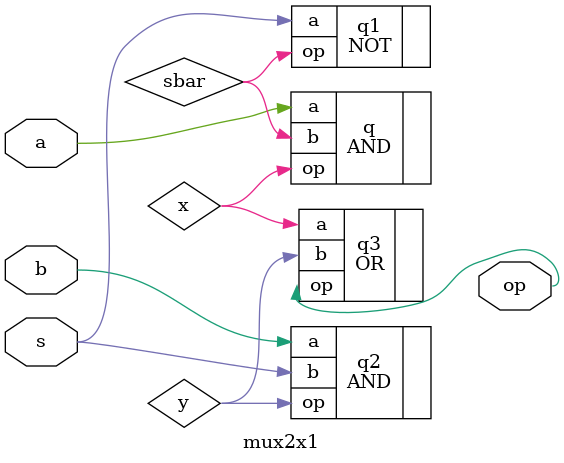
<source format=v>
`timescale 1ns / 1ps

module mux2x1(
    input a,
    input b,
    input s,
    output op
    );
    wire x,y;
    AND q(.a(a), .b(sbar), .op(x)); // a(~s) 
    NOT q1(.a(s), .op(sbar));  // ~s
    AND q2(.a(b), .b(s), .op(y));  //b(s)
    OR q3(.a(x), .b(y), .op(op)); // a(~s) + b(s)
    
endmodule

</source>
